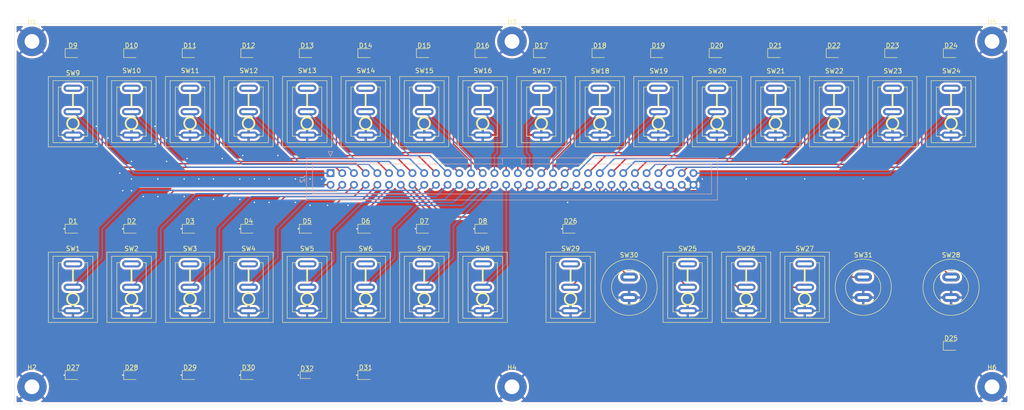
<source format=kicad_pcb>
(kicad_pcb (version 20240108) (generator "pcbnew") (generator_version "8.0")
  (layers (0 "F.Cu" signal) (31 "B.Cu" signal) (34 "B.Paste" user) (35 "F.Paste" user) (36 "B.SilkS" user "B.Silkscreen") (37 "F.SilkS" user "F.Silkscreen") (38 "B.Mask" user) (39 "F.Mask" user) (44 "Edge.Cuts" user))
  (net 0 "")
  (net 1 "GND")
  (net 2 "/LED D0")
  (net 3 "/LED D1")
  (net 4 "/LED D2")
  (net 5 "/LED D3")
  (net 6 "/LED D4")
  (net 7 "/LED D5")
  (net 8 "/LED D6")
  (net 9 "/LED D7")
  (net 10 "/LED A0")
  (net 11 "/LED A1")
  (net 12 "/LED A2")
  (net 13 "/LED A3")
  (net 14 "/LED A4")
  (net 15 "/LED A5")
  (net 16 "/LED A6")
  (net 17 "/LED A7")
  (net 18 "/LED A8")
  (net 19 "/LED A9")
  (net 20 "/LED A10")
  (net 21 "/LED A11")
  (net 22 "/LED A12")
  (net 23 "/LED A13")
  (net 24 "/LED A14")
  (net 25 "/LED A15")
  (net 26 "/LED Power")
  (net 27 "/LED ~{BUSAK}")
  (net 28 "/LED MEMRD")
  (net 29 "/LED MEMRW")
  (net 30 "/LED IORD")
  (net 31 "/LED IOWR")
  (net 32 "/LED ~{WAIT}")
  (net 33 "/LED ~{HALT}")
  (net 34 "/SW A6")
  (net 35 "/SW MEMIO")
  (net 36 "/SW A7")
  (net 37 "/SW A1")
  (net 38 "/SW A3")
  (net 39 "/SW D1")
  (net 40 "/SW D3")
  (net 41 "/SW A8")
  (net 42 "/SW DBUS")
  (net 43 "/SW SINGLE")
  (net 44 "/SW A11")
  (net 45 "/SW A4")
  (net 46 "/SW A10")
  (net 47 "/SW D2")
  (net 48 "/SW A15")
  (net 49 "/SW STEP")
  (net 50 "/SW D0")
  (net 51 "/SW A14")
  (net 52 "/SW A2")
  (net 53 "/SW A0")
  (net 54 "/SW A13")
  (net 55 "/SW WRITE")
  (net 56 "/SW A5")
  (net 57 "/SW A12")
  (net 58 "/SW D4")
  (net 59 "/SW BUSRQ")
  (net 60 "/SW D5")
  (net 61 "/SW D6")
  (net 62 "/SW A9")
  (net 63 "/SW D7")
  (net 64 "/SW Reset")
  (footprint "Libraries:Switch_Rocker_SPDT_15x10mm" (layer "F.Cu") (at 139.7 88.9)
    (property "Reference" "SW17")
    (property "Value" "Black")
  )
  (footprint "LED_SMD:LED_0805_2012Metric" (layer "F.Cu") (at 63.5 114.3)
    (property "Reference" "D3")
    (property "Value" "Yellow")
  )
  (footprint "Libraries:Switch_Rocker_SPDT_15x10mm" (layer "F.Cu") (at 127 88.9)
    (property "Reference" "SW16")
    (property "Value" "Red")
  )
  (footprint "LED_SMD:LED_0805_2012Metric" (layer "F.Cu") (at 38.1 114.3)
    (property "Reference" "D1")
    (property "Value" "Yellow")
  )
  (footprint "Libraries:Switch_Rocker_SPDT_15x10mm" (layer "F.Cu") (at 184.15 127)
    (property "Reference" "SW26")
    (property "Value" "Switch")
  )
  (footprint "Libraries:Switch_Rocker_SPDT_15x10mm" (layer "F.Cu") (at 190.5 88.9)
    (property "Reference" "SW21")
    (property "Value" "Red")
  )
  (footprint "LED_SMD:LED_0603_1608Metric" (layer "F.Cu") (at 88.9 146.05)
    (property "Reference" "D32")
    (property "Value" "Red LED")
  )
  (footprint "MountingHole:MountingHole_3.2mm_M3_Pad" (layer "F.Cu") (at 29.21 148.59)
    (property "Reference" "H2")
    (property "Value" "MountingHole_Pad")
  )
  (footprint "LED_SMD:LED_0805_2012Metric" (layer "F.Cu") (at 50.8 114.3)
    (property "Reference" "D2")
    (property "Value" "Yellow")
  )
  (footprint "LED_SMD:LED_0805_2012Metric" (layer "F.Cu") (at 63.5 76.2)
    (property "Reference" "D11")
    (property "Value" "Yellow")
  )
  (footprint "LED_SMD:LED_0805_2012Metric" (layer "F.Cu") (at 127 76.2)
    (property "Reference" "D16")
    (property "Value" "Yellow")
  )
  (footprint "Libraries:Switch_Rocker_SPDT_15x10mm" (layer "F.Cu") (at 171.45 127)
    (property "Reference" "SW25")
    (property "Value" "Switch")
  )
  (footprint "Libraries:Switch_Rocker_SPDT_15x10mm" (layer "F.Cu") (at 165.1 88.9)
    (property "Reference" "SW19")
    (property "Value" "Black")
  )
  (footprint "Libraries:Switch_Rocker_SPDT_15x10mm" (layer "F.Cu") (at 215.9 88.9)
    (property "Reference" "SW23")
    (property "Value" "Red")
  )
  (footprint "LED_SMD:LED_0805_2012Metric" (layer "F.Cu") (at 190.5 76.2)
    (property "Reference" "D21")
    (property "Value" "Yellow")
  )
  (footprint "Libraries:Switch_Rocker_SPDT_15x10mm" (layer "F.Cu") (at 203.2 88.9)
    (property "Reference" "SW22")
    (property "Value" "Red")
  )
  (footprint "Libraries:Switch_Rocker_SPDT_15x10mm" (layer "F.Cu") (at 88.9 127)
    (property "Reference" "SW5")
    (property "Value" "Red")
  )
  (footprint "Libraries:Switch_Rocker_SPDT_15x10mm" (layer "F.Cu") (at 114.3 127)
    (property "Reference" "SW7")
    (property "Value" "Red")
  )
  (footprint "MountingHole:MountingHole_3.2mm_M3_Pad" (layer "F.Cu") (at 29.21 73.66)
    (property "Reference" "H1")
    (property "Value" "MountingHole_Pad")
  )
  (footprint "LED_SMD:LED_0805_2012Metric" (layer "F.Cu") (at 177.8 76.2)
    (property "Reference" "D20")
    (property "Value" "Yellow")
  )
  (footprint "LED_SMD:LED_0805_2012Metric" (layer "F.Cu") (at 50.8 76.2)
    (property "Reference" "D10")
    (property "Value" "Yellow")
  )
  (footprint "Libraries:Switch_Rocker_SPDT_15x10mm" (layer "F.Cu") (at 177.8 88.9)
    (property "Reference" "SW20")
    (property "Value" "Black")
  )
  (footprint "Libraries:Switch_Rocker_SPDT_15x10mm" (layer "F.Cu") (at 127 127)
    (property "Reference" "SW8")
    (property "Value" "Red")
  )
  (footprint "Libraries:Switch_Rocker_SPDT_15x10mm" (layer "F.Cu") (at 63.5 88.9)
    (property "Reference" "SW11")
    (property "Value" "Black")
  )
  (footprint "Libraries:Switch_Rocker_SPDT_15x10mm" (layer "F.Cu") (at 38.1 127)
    (property "Reference" "SW1")
    (property "Value" "Black")
  )
  (footprint "Libraries:Switch_Pushbutton_SPST_12mm" (layer "F.Cu") (at 228.6 127)
    (property "Reference" "SW28")
    (property "Value" "Button")
  )
  (footprint "Libraries:Switch_Rocker_SPDT_15x10mm" (layer "F.Cu") (at 38.1 88.9)
    (property "Reference" "SW9")
    (property "Value" "Black")
  )
  (footprint "LED_SMD:LED_0805_2012Metric" (layer "F.Cu") (at 76.2 146.05)
    (property "Reference" "D30")
    (property "Value" "Yellow")
  )
  (footprint "LED_SMD:LED_0805_2012Metric" (layer "F.Cu") (at 139.7 76.2)
    (property "Reference" "D17")
    (property "Value" "Yellow")
  )
  (footprint "LED_SMD:LED_0805_2012Metric" (layer "F.Cu") (at 63.5 146.05)
    (property "Reference" "D29")
    (property "Value" "Yellow")
  )
  (footprint "Libraries:Switch_Rocker_SPDT_15x10mm" (layer "F.Cu") (at 152.4 88.9)
    (property "Reference" "SW18")
    (property "Value" "Black")
  )
  (footprint "Libraries:Switch_Rocker_SPDT_15x10mm" (layer "F.Cu") (at 146.05 127)
    (property "Reference" "SW29")
    (property "Value" "Switch")
  )
  (footprint "Libraries:Switch_Rocker_SPDT_15x10mm" (layer "F.Cu") (at 114.3 88.9)
    (property "Reference" "SW15")
    (property "Value" "Red")
  )
  (footprint "LED_SMD:LED_0805_2012Metric" (layer "F.Cu") (at 114.3 114.3)
    (property "Reference" "D7")
    (property "Value" "Yellow")
  )
  (footprint "Libraries:Switch_Rocker_SPDT_15x10mm" (layer "F.Cu") (at 88.9 88.9)
    (property "Reference" "SW13")
    (property "Value" "Red")
  )
  (footprint "LED_SMD:LED_0805_2012Metric" (layer "F.Cu") (at 165.1 76.2)
    (property "Reference" "D19")
    (property "Value" "Yellow")
  )
  (footprint "LED_SMD:LED_0805_2012Metric" (layer "F.Cu") (at 203.2 76.2)
    (property "Reference" "D22")
    (property "Value" "Yellow")
  )
  (footprint "Libraries:Switch_Rocker_SPDT_15x10mm" (layer "F.Cu") (at 50.8 88.9)
    (property "Reference" "SW10")
    (property "Value" "Black")
  )
  (footprint "LED_SMD:LED_0805_2012Metric" (layer "F.Cu") (at 127 114.3)
    (property "Reference" "D8")
    (property "Value" "Yellow")
  )
  (footprint "LED_SMD:LED_0805_2012Metric" (layer "F.Cu") (at 101.6 114.3)
    (property "Reference" "D6")
    (property "Value" "Yellow")
  )
  (footprint "MountingHole:MountingHole_3.2mm_M3_Pad" (layer "F.Cu") (at 237.49 73.66)
    (property "Reference" "H5")
    (property "Value" "MountingHole_Pad")
  )
  (footprint "LED_SMD:LED_0805_2012Metric" (layer "F.Cu") (at 50.8 146.05)
    (property "Reference" "D28")
    (property "Value" "Yellow")
  )
  (footprint "LED_SMD:LED_0805_2012Metric" (layer "F.Cu") (at 215.9 76.2)
    (property "Reference" "D23")
    (property "Value" "Yellow")
  )
  (footprint "Libraries:Switch_Rocker_SPDT_15x10mm" (layer "F.Cu") (at 76.2 88.9)
    (property "Reference" "SW12")
    (property "Value" "Black")
  )
  (footprint "Libraries:Switch_Pushbutton_SPST_12mm" (layer "F.Cu") (at 209.55 127)
    (property "Reference" "SW31")
    (property "Value" "Button")
  )
  (footprint "MountingHole:MountingHole_3.2mm_M3_Pad" (layer "F.Cu") (at 133.35 148.59)
    (property "Reference" "H4")
    (property "Value" "MountingHole_Pad")
  )
  (footprint "MountingHole:MountingHole_3.2mm_M3_Pad" (layer "F.Cu") (at 237.49 148.59)
    (property "Reference" "H6")
    (property "Value" "MountingHole_Pad")
  )
  (footprint "Libraries:Switch_Rocker_SPDT_15x10mm" (layer "F.Cu") (at 63.5 127)
    (property "Reference" "SW3")
    (property "Value" "Black")
  )
  (footprint "Libraries:Switch_Rocker_SPDT_15x10mm" (layer "F.Cu") (at 196.85 127)
    (property "Reference" "SW27")
    (property "Value" "Switch")
  )
  (footprint "LED_SMD:LED_0805_2012Metric" (layer "F.Cu") (at 114.3 76.2)
    (property "Reference" "D15")
    (property "Value" "Yellow")
  )
  (footprint "Libraries:Switch_Rocker_SPDT_15x10mm" (layer "F.Cu") (at 101.6 127)
    (property "Reference" "SW6")
    (property "Value" "Red")
  )
  (footprint "LED_SMD:LED_0805_2012Metric" (layer "F.Cu") (at 152.4 76.2)
    (property "Reference" "D18")
    (property "Value" "Yellow")
  )
  (footprint "LED_SMD:LED_0805_2012Metric" (layer "F.Cu") (at 76.2 76.2)
    (property "Reference" "D12")
    (property "Value" "Yellow")
  )
  (footprint "LED_SMD:LED_0805_2012Metric" (layer "F.Cu") (at 146.05 114.3)
    (property "Reference" "D26")
    (property "Value" "Yellow")
  )
  (footprint "Libraries:Switch_Rocker_SPDT_15x10mm" (layer "F.Cu") (at 101.6 88.9)
    (property "Reference" "SW14")
    (property "Value" "Red")
  )
  (footprint "Libraries:Switch_Rocker_SPDT_15x10mm" (layer "F.Cu") (at 76.2 127)
    (property "Reference" "SW4")
    (property "Value" "Black")
  )
  (footprint "Libraries:Switch_Rocker_SPDT_15x10mm" (layer "F.Cu") (at 228.6 88.9)
    (property "Reference" "SW24")
    (property "Value" "Red")
  )
  (footprint "LED_SMD:LED_0805_2012Metric" (layer "F.Cu") (at 38.1 146.05)
    (property "Reference" "D27")
    (property "Value" "Yellow")
  )
  (footprint "LED_SMD:LED_0805_2012Metric" (layer "F.Cu") (at 228.6 76.2)
    (property "Reference" "D24")
    (property "Value" "Yellow")
  )
  (footprint "LED_SMD:LED_0805_2012Metric" (layer "F.Cu") (at 88.9 76.2)
    (property "Reference" "D13")
    (property "Value" "Yellow")
  )
  (footprint "LED_SMD:LED_0805_2012Metric" (layer "F.Cu") (at 101.6 76.2)
    (property "Reference" "D14")
    (property "Value" "Yellow")
  )
  (footprint "Libraries:Switch_Rocker_SPDT_15x10mm" (layer "F.Cu") (at 50.8 127)
    (property "Reference" "SW2")
    (property "Value" "Black")
  )
  (footprint "LED_SMD:LED_0805_2012Metric" (layer "F.Cu") (at 88.9 114.3)
    (property "Reference" "D5")
    (property "Value" "Yellow")
  )
  (footprint "LED_SMD:LED_0805_2012Metric" (layer "F.Cu") (at 38.1 76.2)
    (property "Reference" "D9")
    (property "Value" "Yellow")
  )
  (footprint "MountingHole:MountingHole_3.2mm_M3_Pad" (layer "F.Cu") (at 133.35 73.66)
    (property "Reference" "H3")
    (property "Value" "MountingHole_Pad")
  )
  (footprint "Libraries:Switch_Pushbutton_SPST_12mm" (layer "F.Cu") (at 158.75 127)
    (property "Reference" "SW30")
    (property "Value" "Button")
  )
  (footprint "LED_SMD:LED_0805_2012Metric" (layer "F.Cu") (at 228.6 139.7)
    (property "Reference" "D25")
    (property "Value" "Green")
  )
  (footprint "LED_SMD:LED_0805_2012Metric" (layer "F.Cu") (at 76.2 114.3)
    (property "Reference" "D4")
    (property "Value" "Yellow")
  )
  (footprint "LED_SMD:LED_0805_2012Metric" (layer "F.Cu") (at 101.6 146.05)
    (property "Reference" "D31")
    (property "Value" "Yellow")
  )
  (footprint "Connector_IDC:IDC-Header_2x32_P2.54mm_Vertical" (layer "B.Cu") (at 93.98 102.235 -90)
    (property "Reference" "J2")
    (property "Value" "Conn_02x32_Row_Letter_First")
  )
  (gr_rect (start 25.4 69.85) (end 241.3 152.4) (stroke (width 0.05)) (fill none) (layer "Edge.Cuts"))
  (via (at 43.18 92.075) (size 0.6) (drill 0.3) (layers "F.Cu" "B.Cu") (net 1))
  (via (at 70.485 99.06) (size 0.6) (drill 0.3) (layers "F.Cu" "B.Cu") (net 1))
  (via (at 56.515 107.315) (size 0.6) (drill 0.3) (layers "F.Cu" "B.Cu") (net 1))
  (via (at 50.8 99.695) (size 0.6) (drill 0.3) (layers "F.Cu" "B.Cu") (net 1))
  (via (at 62.865 99.06) (size 0.6) (drill 0.3) (layers "F.Cu" "B.Cu") (net 1))
  (via (at 174.625 103.505) (size 0.6) (drill 0.3) (layers "F.Cu" "B.Cu") (net 1))
  (via (at 58.42 94.615) (size 0.6) (drill 0.3) (layers "F.Cu" "B.Cu") (net 1))
  (via (at 86.995 146.05) (size 0.6) (drill 0.3) (layers "F.Cu" "B.Cu") (net 1))
  (via (at 65.405 103.505) (size 0.6) (drill 0.3) (layers "F.Cu" "B.Cu") (net 1))
  (via (at 144.145 114.3) (size 0.6) (drill 0.3) (layers "F.Cu" "B.Cu") (net 1))
  (via (at 56.515 103.505) (size 0.6) (drill 0.3) (layers "F.Cu" "B.Cu") (net 1))
  (via (at 209.55 103.505) (size 0.6) (drill 0.3) (layers "F.Cu" "B.Cu") (net 1))
  (via (at 86.36 108.585) (size 0.6) (drill 0.3) (layers "F.Cu" "B.Cu") (net 1))
  (via (at 65.405 107.95) (size 0.6) (drill 0.3) (layers "F.Cu" "B.Cu") (net 1))
  (via (at 48.895 146.05) (size 0.6) (drill 0.3) (layers "F.Cu" "B.Cu") (net 1))
  (via (at 74.295 114.3) (size 0.6) (drill 0.3) (layers "F.Cu" "B.Cu") (net 1))
  (via (at 36.195 146.05) (size 0.6) (drill 0.3) (layers "F.Cu" "B.Cu") (net 1))
  (via (at 89.535 103.505) (size 0.6) (drill 0.3) (layers "F.Cu" "B.Cu") (net 1))
  (via (at 36.195 114.3) (size 0.6) (drill 0.3) (layers "F.Cu" "B.Cu") (net 1))
  (via (at 99.695 146.05) (size 0.6) (drill 0.3) (layers "F.Cu" "B.Cu") (net 1))
  (via (at 97.79 109.22) (size 0.6) (drill 0.3) (layers "F.Cu" "B.Cu") (net 1))
  (via (at 145.415 108.585) (size 0.6) (drill 0.3) (layers "F.Cu" "B.Cu") (net 1))
  (via (at 62.23 103.505) (size 0.6) (drill 0.3) (layers "F.Cu" "B.Cu") (net 1))
  (via (at 74.295 107.95) (size 0.6) (drill 0.3) (layers "F.Cu" "B.Cu") (net 1))
  (via (at 92.075 103.505) (size 0.6) (drill 0.3) (layers "F.Cu" "B.Cu") (net 1))
  (via (at 61.595 114.3) (size 0.6) (drill 0.3) (layers "F.Cu" "B.Cu") (net 1))
  (via (at 80.645 103.505) (size 0.6) (drill 0.3) (layers "F.Cu" "B.Cu") (net 1))
  (via (at 153.67 106.045) (size 0.6) (drill 0.3) (layers "F.Cu" "B.Cu") (net 1))
  (via (at 62.23 107.315) (size 0.6) (drill 0.3) (layers "F.Cu" "B.Cu") (net 1))
  (via (at 48.895 106.045) (size 0.6) (drill 0.3) (layers "F.Cu" "B.Cu") (net 1))
  (via (at 74.295 103.505) (size 0.6) (drill 0.3) (layers "F.Cu" "B.Cu") (net 1))
  (via (at 68.58 103.505) (size 0.6) (drill 0.3) (layers "F.Cu" "B.Cu") (net 1))
  (via (at 151.13 106.045) (size 0.6) (drill 0.3) (layers "F.Cu" "B.Cu") (net 1))
  (via (at 156.21 106.045) (size 0.6) (drill 0.3) (layers "F.Cu" "B.Cu") (net 1))
  (via (at 86.36 103.505) (size 0.6) (drill 0.3) (layers "F.Cu" "B.Cu") (net 1))
  (via (at 99.695 114.3) (size 0.6) (drill 0.3) (layers "F.Cu" "B.Cu") (net 1))
  (via (at 48.895 114.3) (size 0.6) (drill 0.3) (layers "F.Cu" "B.Cu") (net 1))
  (via (at 68.58 107.95) (size 0.6) (drill 0.3) (layers "F.Cu" "B.Cu") (net 1))
  (via (at 77.47 108.585) (size 0.6) (drill 0.3) (layers "F.Cu" "B.Cu") (net 1))
  (via (at 158.75 106.045) (size 0.6) (drill 0.3) (layers "F.Cu" "B.Cu") (net 1))
  (via (at 50.8 106.045) (size 0.6) (drill 0.3) (layers "F.Cu" "B.Cu") (net 1))
  (via (at 53.34 107.315) (size 0.6) (drill 0.3) (layers "F.Cu" "B.Cu") (net 1))
  (via (at 58.42 99.695) (size 0.6) (drill 0.3) (layers "F.Cu" "B.Cu") (net 1))
  (via (at 55.88 92.075) (size 0.6) (drill 0.3) (layers "F.Cu" "B.Cu") (net 1))
  (via (at 48.26 102.235) (size 0.6) (drill 0.3) (layers "F.Cu" "B.Cu") (net 1))
  (via (at 82.55 98.425) (size 0.6) (drill 0.3) (layers "F.Cu" "B.Cu") (net 1))
  (via (at 43.18 95.885) (size 0.6) (drill 0.3) (layers "F.Cu" "B.Cu") (net 1))
  (via (at 74.93 98.425) (size 0.6) (drill 0.3) (layers "F.Cu" "B.Cu") (net 1))
  (via (at 196.85 103.505) (size 0.6) (drill 0.3) (layers "F.Cu" "B.Cu") (net 1))
  (via (at 50.8 103.505) (size 0.6) (drill 0.3) (layers "F.Cu" "B.Cu") (net 1))
  (via (at 112.395 114.3) (size 0.6) (drill 0.3) (layers "F.Cu" "B.Cu") (net 1))
  (via (at 125.095 114.3) (size 0.6) (drill 0.3) (layers "F.Cu" "B.Cu") (net 1))
  (via (at 93.345 109.22) (size 0.6) (drill 0.3) (layers "F.Cu" "B.Cu") (net 1))
  (via (at 74.295 146.05) (size 0.6) (drill 0.3) (layers "F.Cu" "B.Cu") (net 1))
  (via (at 80.645 108.585) (size 0.6) (drill 0.3) (layers "F.Cu" "B.Cu") (net 1))
  (via (at 89.535 109.22) (size 0.6) (drill 0.3) (layers "F.Cu" "B.Cu") (net 1))
  (via (at 45.72 94.615) (size 0.6) (drill 0.3) (layers "F.Cu" "B.Cu") (net 1))
  (via (at 184.15 103.505) (size 0.6) (drill 0.3) (layers "F.Cu" "B.Cu") (net 1))
  (via (at 86.995 114.3) (size 0.6) (drill 0.3) (layers "F.Cu" "B.Cu") (net 1))
  (via (at 77.47 103.505) (size 0.6) (drill 0.3) (layers "F.Cu" "B.Cu") (net 1))
  (via (at 61.595 146.05) (size 0.6) (drill 0.3) (layers "F.Cu" "B.Cu") (net 1))
  (via (at 55.88 95.885) (size 0.6) (drill 0.3) (layers "F.Cu" "B.Cu") (net 1))
  (segment (start 93.98 104.775) (end 48.5625 104.775) (width 0.3048) (layer "F.Cu") (net 2))
  (segment (start 48.5625 104.775) (end 39.0375 114.3) (width 0.3048) (layer "F.Cu") (net 2))
  (segment (start 59.9925 106.045) (end 51.7375 114.3) (width 0.3048) (layer "F.Cu") (net 3))
  (segment (start 96.52 104.775) (end 95.25 106.045) (width 0.3048) (layer "F.Cu") (net 3))
  (segment (start 95.25 106.045) (end 59.9925 106.045) (width 0.3048) (layer "F.Cu") (net 3))
  (segment (start 72.0575 106.68) (end 64.4375 114.3) (width 0.3048) (layer "F.Cu") (net 4))
  (segment (start 99.06 104.775) (end 97.155 106.68) (width 0.3048) (layer "F.Cu") (net 4))
  (segment (start 97.155 106.68) (end 72.0575 106.68) (width 0.3048) (layer "F.Cu") (net 4))
  (segment (start 84.1225 107.315) (end 77.1375 114.3) (width 0.3048) (layer "F.Cu") (net 5))
  (segment (start 99.06 107.315) (end 84.1225 107.315) (width 0.3048) (layer "F.Cu") (net 5))
  (segment (start 101.6 104.775) (end 99.06 107.315) (width 0.3048) (layer "F.Cu") (net 5))
  (segment (start 96.1875 107.95) (end 89.8375 114.3) (width 0.3048) (layer "F.Cu") (net 6))
  (segment (start 100.965 107.95) (end 96.1875 107.95) (width 0.3048) (layer "F.Cu") (net 6))
  (segment (start 104.14 104.775) (end 100.965 107.95) (width 0.3048) (layer "F.Cu") (net 6))
  (segment (start 102.5375 109.5525) (end 102.5375 114.3) (width 0.3048) (layer "F.Cu") (net 7))
  (segment (start 106.68 105.41) (end 102.5375 109.5525) (width 0.3048) (layer "F.Cu") (net 7))
  (segment (start 106.68 104.775) (end 106.68 105.41) (width 0.3048) (layer "F.Cu") (net 7))
  (segment (start 115.2375 110.7925) (end 115.2375 114.3) (width 0.3048) (layer "F.Cu") (net 8))
  (segment (start 109.22 104.775) (end 115.2375 110.7925) (width 0.3048) (layer "F.Cu") (net 8))
  (segment (start 111.76 104.775) (end 118.745 111.76) (width 0.3048) (layer "F.Cu") (net 9))
  (segment (start 125.3975 111.76) (end 127.9375 114.3) (width 0.3048) (layer "F.Cu") (net 9))
  (segment (start 118.745 111.76) (end 125.3975 111.76) (width 0.3048) (layer "F.Cu") (net 9))
  (segment (start 95.092208 100.965) (end 48.895 100.965) (width 0.3048) (layer "F.Cu") (net 10))
  (segment (start 44.45 81.6125) (end 39.0375 76.2) (width 0.3048) (layer "F.Cu") (net 10))
  (segment (start 96.52 102.235) (end 96.362208 102.235) (width 0.3048) (layer "F.Cu") (net 10))
  (segment (start 48.895 100.965) (end 44.45 96.52) (width 0.3048) (layer "F.Cu") (net 10))
  (segment (start 44.45 96.52) (end 44.45 81.6125) (width 0.3048) (layer "F.Cu") (net 10))
  (segment (start 96.362208 102.235) (end 95.092208 100.965) (width 0.3048) (layer "F.Cu") (net 10))
  (segment (start 99.5648 100.1998) (end 60.8298 100.1998) (width 0.3048) (layer "F.Cu") (net 11))
  (segment (start 57.15 81.6125) (end 51.7375 76.2) (width 0.3048) (layer "F.Cu") (net 11))
  (segment (start 60.8298 100.1998) (end 57.15 96.52) (width 0.3048) (layer "F.Cu") (net 11))
  (segment (start 101.6 102.235) (end 99.5648 100.1998) (width 0.3048) (layer "F.Cu") (net 11))
  (segment (start 57.15 96.52) (end 57.15 81.6125) (width 0.3048) (layer "F.Cu") (net 11))
  (segment (start 69.85 96.52) (end 69.85 81.6125) (width 0.3048) (layer "F.Cu") (net 12))
  (segment (start 104.14 99.695) (end 73.025 99.695) (width 0.3048) (layer "F.Cu") (net 12))
  (segment (start 106.68 102.235) (end 104.14 99.695) (width 0.3048) (layer "F.Cu") (net 12))
  (segment (start 73.025 99.695) (end 69.85 96.52) (width 0.3048) (layer "F.Cu") (net 12))
  (segment (start 69.85 81.6125) (end 64.4375 76.2) (width 0.3048) (layer "F.Cu") (net 12))
  (segment (start 108.585 99.06) (end 85.09 99.06) (width 0.3048) (layer "F.Cu") (net 13))
  (segment (start 82.55 96.52) (end 82.55 81.6125) (width 0.3048) (layer "F.Cu") (net 13))
  (segment (start 82.55 81.6125) (end 77.1375 76.2) (width 0.3048) (layer "F.Cu") (net 13))
  (segment (start 85.09 99.06) (end 82.55 96.52) (width 0.3048) (layer "F.Cu") (net 13))
  (segment (start 111.76 102.235) (end 108.585 99.06) (width 0.3048) (layer "F.Cu") (net 13))
  (segment (start 116.84 102.235) (end 113.03 98.425) (width 0.3048) (layer "F.Cu") (net 14))
  (segment (start 95.25 96.52) (end 95.25 81.6125) (width 0.3048) (layer "F.Cu") (net 14))
  (segment (start 113.03 98.425) (end 97.155 98.425) (width 0.3048) (layer "F.Cu") (net 14))
  (segment (start 97.155 98.425) (end 95.25 96.52) (width 0.3048) (layer "F.Cu") (net 14))
  (segment (start 95.25 81.6125) (end 89.8375 76.2) (width 0.3048) (layer "F.Cu") (net 14))
  (segment (start 107.95 96.52) (end 107.95 81.6125) (width 0.3048) (layer "F.Cu") (net 15))
  (segment (start 121.92 102.235) (end 117.475 97.79) (width 0.3048) (layer "F.Cu") (net 15))
  (segment (start 117.475 97.79) (end 109.22 97.79) (width 0.3048) (layer "F.Cu") (net 15))
  (segment (start 109.22 97.79) (end 107.95 96.52) (width 0.3048) (layer "F.Cu") (net 15))
  (segment (start 107.95 81.6125) (end 102.5375 76.2) (width 0.3048) (layer "F.Cu") (net 15))
  (segment (start 120.65 81.6125) (end 115.2375 76.2) (width 0.3048) (layer "F.Cu") (net 16))
  (segment (start 120.65 95.885) (end 120.65 81.6125) (width 0.3048) (layer "F.Cu") (net 16))
  (segment (start 127 102.235) (end 120.65 95.885) (width 0.3048) (layer "F.Cu") (net 16))
  (segment (start 132.08 80.3425) (end 127.9375 76.2) (width 0.3048) (layer "F.Cu") (net 17))
  (segment (start 132.08 102.235) (end 132.08 80.3425) (width 0.3048) (layer "F.Cu") (net 17))
  (segment (start 134.62 102.235) (end 134.62 82.2175) (width 0.3048) (layer "F.Cu") (net 18))
  (segment (start 134.62 82.2175) (end 140.6375 76.2) (width 0.3048) (layer "F.Cu") (net 18))
  (segment (start 146.05 83.4875) (end 153.3375 76.2) (width 0.3048) (layer "F.Cu") (net 19))
  (segment (start 146.05 95.885) (end 146.05 83.4875) (width 0.3048) (layer "F.Cu") (net 19))
  (segment (start 139.7 102.235) (end 146.05 95.885) (width 0.3048) (layer "F.Cu") (net 19))
  (segment (start 157.48 97.79) (end 158.75 96.52) (width 0.3048) (layer "F.Cu") (net 20))
  (segment (start 158.75 96.52) (end 158.75 83.4875) (width 0.3048) (layer "F.Cu") (net 20))
  (segment (start 144.78 102.235) (end 149.225 97.79) (width 0.3048) (layer "F.Cu") (net 20))
  (segment (start 149.225 97.79) (end 157.48 97.79) (width 0.3048) (layer "F.Cu") (net 20))
  (segment (start 158.75 83.4875) (end 166.0375 76.2) (width 0.3048) (layer "F.Cu") (net 20))
  (segment (start 169.545 98.425) (end 171.45 96.52) (width 0.3048) (layer "F.Cu") (net 21))
  (segment (start 171.45 83.4875) (end 178.7375 76.2) (width 0.3048) (layer "F.Cu") (net 21))
  (segment (start 149.86 102.235) (end 153.67 98.425) (width 0.3048) (layer "F.Cu") (net 21))
  (segment (start 171.45 96.52) (end 171.45 83.4875) (width 0.3048) (layer "F.Cu") (net 21))
  (segment (start 153.67 98.425) (end 169.545 98.425) (width 0.3048) (layer "F.Cu") (net 21))
  (segment (start 181.61 99.06) (end 184.15 96.52) (width 0.3048) (layer "F.Cu") (net 22))
  (segment (start 154.94 102.235) (end 158.115 99.06) (width 0.3048) (layer "F.Cu") (net 22))
  (segment (start 158.115 99.06) (end 181.61 99.06) (width 0.3048) (layer "F.Cu") (net 22))
  (segment (start 184.15 96.52) (end 184.15 83.4875) (width 0.3048) (layer "F.Cu") (net 22))
  (segment (start 184.15 83.4875) (end 191.4375 76.2) (width 0.3048) (layer "F.Cu") (net 22))
  (segment (start 193.675 99.695) (end 196.85 96.52) (width 0.3048) (layer "F.Cu") (net 23))
  (segment (start 196.85 96.52) (end 196.85 83.4875) (width 0.3048) (layer "F.Cu") (net 23))
  (segment (start 160.02 102.235) (end 162.56 99.695) (width 0.3048) (layer "F.Cu") (net 23))
  (segment (start 162.56 99.695) (end 193.675 99.695) (width 0.3048) (layer "F.Cu") (net 23))
  (segment (start 196.85 83.4875) (end 204.1375 76.2) (width 0.3048) (layer "F.Cu") (net 23))
  (segment (start 167.005 100.33) (end 205.74 100.33) (width 0.3048) (layer "F.Cu") (net 24))
  (segment (start 209.55 96.52) (end 209.55 83.4875) (width 0.3048) (layer "F.Cu") (net 24))
  (segment (start 165.1 102.235) (end 167.005 100.33) (width 0.3048) (layer "F.Cu") (net 24))
  (segment (start 205.74 100.33) (end 209.55 96.52) (width 0.3048) (layer "F.Cu") (net 24))
  (segment (start 209.55 83.4875) (end 216.8375 76.2) (width 0.3048) (layer "F.Cu") (net 24))
  (segment (start 217.805 100.965) (end 222.25 96.52) (width 0.3048) (layer "F.Cu") (net 25))
  (segment (start 170.18 102.235) (end 171.45 100.965) (width 0.3048) (layer "F.Cu") (net 25))
  (segment (start 171.45 100.965) (end 217.805 100.965) (width 0.3048) (layer "F.Cu") (net 25))
  (segment (start 222.25 83.4875) (end 229.5375 76.2) (width 0.3048) (layer "F.Cu") (net 25))
  (segment (start 222.25 96.52) (end 222.25 83.4875) (width 0.3048) (layer "F.Cu") (net 25))
  (segment (start 169.545 106.68) (end 196.5175 106.68) (width 0.3048) (layer "F.Cu") (net 26))
  (segment (start 167.64 104.775) (end 169.545 106.68) (width 0.3048) (layer "F.Cu") (net 26))
  (segment (start 196.5175 106.68) (end 229.5375 139.7) (width 0.3048) (layer "F.Cu") (net 26))
  (segment (start 146.9875 107.6475) (end 146.9875 114.3) (width 0.3048) (layer "F.Cu") (net 27))
  (segment (start 149.86 104.775) (end 146.9875 107.6475) (width 0.3048) (layer "F.Cu") (net 27))
  (segment (start 130.81 135.255) (end 49.8325 135.255) (width 0.3048) (layer "F.Cu") (net 28))
  (segment (start 49.8325 135.255) (end 39.0375 146.05) (width 0.3048) (layer "F.Cu") (net 28))
  (segment (start 134.62 104.775) (end 134.62 131.445) (width 0.3048) (layer "F.Cu") (net 28))
  (segment (start 134.62 131.445) (end 130.81 135.255) (width 0.3048) (layer "F.Cu") (net 28))
  (segment (start 131.445 135.89) (end 61.8975 135.89) (width 0.3048) (layer "F.Cu") (net 29))
  (segment (start 135.255 106.68) (end 135.255 132.08) (width 0.3048) (layer "F.Cu") (net 29))
  (segment (start 137.16 104.775) (end 135.255 106.68) (width 0.3048) (layer "F.Cu") (net 29))
  (segment (start 61.8975 135.89) (end 51.7375 146.05) (width 0.3048) (layer "F.Cu") (net 29))
  (segment (start 135.255 132.08) (end 131.445 135.89) (width 0.3048) (layer "F.Cu") (net 29))
  (segment (start 135.89 108.585) (end 135.89 132.715) (width 0.3048) (layer "F.Cu") (net 30))
  (segment (start 139.7 104.775) (end 135.89 108.585) (width 0.3048) (layer "F.Cu") (net 30))
  (segment (start 135.89 132.715) (end 132.08 136.525) (width 0.3048) (layer "F.Cu") (net 30))
  (segment (start 73.9625 136.525) (end 64.4375 146.05) (width 0.3048) (layer "F.Cu") (net 30))
  (segment (start 132.08 136.525) (end 73.9625 136.525) (width 0.3048) (layer "F.Cu") (net 30))
  (segment (start 142.24 104.775) (end 136.525 110.49) (width 0.3048) (layer "F.Cu") (net 31))
  (segment (start 132.715 137.16) (end 86.0275 137.16) (width 0.3048) (layer "F.Cu") (net 31))
  (segment (start 136.525 133.35) (end 132.715 137.16) (width 0.3048) (layer "F.Cu") (net 31))
  (segment (start 136.525 110.49) (end 136.525 133.35) (width 0.3048) (layer "F.Cu") (net 31))
  (segment (start 86.0275 137.16) (end 77.1375 146.05) (width 0.3048) (layer "F.Cu") (net 31))
  (segment (start 137.795 114.3) (end 137.795 134.62) (width 0.3048) (layer "F.Cu") (net 32))
  (segment (start 110.1575 138.43) (end 102.5375 146.05) (width 0.3048) (layer "F.Cu") (net 32))
  (segment (start 133.985 138.43) (end 110.1575 138.43) (width 0.3048) (layer "F.Cu") (net 32))
  (segment (start 147.32 104.775) (end 137.795 114.3) (width 0.3048) (layer "F.Cu") (net 32))
  (segment (start 137.795 134.62) (end 133.985 138.43) (width 0.3048) (layer "F.Cu") (net 32))
  (segment (start 144.78 104.775) (end 137.16 112.395) (width 0.3048) (layer "F.Cu") (net 33))
  (segment (start 97.9425 137.795) (end 89.6875 146.05) (width 0.3048) (layer "F.Cu") (net 33))
  (segment (start 133.35 137.795) (end 97.9425 137.795) (width 0.3048) (layer "F.Cu") (net 33))
  (segment (start 137.16 133.985) (end 133.35 137.795) (width 0.3048) (layer "F.Cu") (net 33))
  (segment (start 137.16 112.395) (end 137.16 133.985) (width 0.3048) (layer "F.Cu") (net 33))
  (segment (start 124.46 99.06) (end 114.3 88.9) (width 0.3048) (layer "B.Cu") (net 34))
  (segment (start 124.46 102.235) (end 124.46 99.06) (width 0.3048) (layer "B.Cu") (net 34))
  (segment (start 182.245 127) (end 184.15 127) (width 0.3048) (layer "F.Cu") (net 35))
  (segment (start 160.02 104.775) (end 182.245 127) (width 0.3048) (layer "F.Cu") (net 35))
  (segment (start 130.175 97.79) (end 130.175 92.075) (width 0.3048) (layer "B.Cu") (net 36))
  (segment (start 129.54 98.425) (end 130.175 97.79) (width 0.3048) (layer "B.Cu") (net 36))
  (segment (start 130.175 92.075) (end 127 88.9) (width 0.3048) (layer "B.Cu") (net 36))
  (segment (start 129.54 102.235) (end 129.54 98.425) (width 0.3048) (layer "B.Cu") (net 36))
  (segment (start 97.79 100.965) (end 62.865 100.965) (width 0.3048) (layer "B.Cu") (net 37))
  (segment (start 62.865 100.965) (end 50.8 88.9) (width 0.3048) (layer "B.Cu") (net 37))
  (segment (start 99.06 102.235) (end 97.79 100.965) (width 0.3048) (layer "B.Cu") (net 37))
  (segment (start 106.68 99.695) (end 86.995 99.695) (width 0.3048) (layer "B.Cu") (net 38))
  (segment (start 86.995 99.695) (end 76.2 88.9) (width 0.3048) (layer "B.Cu") (net 38))
  (segment (start 109.22 102.235) (end 106.68 99.695) (width 0.3048) (layer "B.Cu") (net 38))
  (segment (start 64.77 106.68) (end 57.15 114.3) (width 0.3048) (layer "B.Cu") (net 39))
  (segment (start 57.15 120.65) (end 50.8 127) (width 0.3048) (layer "B.Cu") (net 39))
  (segment (start 57.15 114.3) (end 57.15 120.65) (width 0.3048) (layer "B.Cu") (net 39))
  (segment (start 114.935 106.68) (end 64.77 106.68) (width 0.3048) (layer "B.Cu") (net 39))
  (segment (start 116.84 104.775) (end 114.935 106.68) (width 0.3048) (layer "B.Cu") (net 39))
  (segment (start 82.55 114.3) (end 82.55 120.65) (width 0.3048) (layer "B.Cu") (net 40))
  (segment (start 82.55 120.65) (end 76.2 127) (width 0.3048) (layer "B.Cu") (net 40))
  (segment (start 121.92 104.775) (end 118.745 107.95) (width 0.3048) (layer "B.Cu") (net 40))
  (segment (start 118.745 107.95) (end 88.9 107.95) (width 0.3048) (layer "B.Cu") (net 40))
  (segment (start 88.9 107.95) (end 82.55 114.3) (width 0.3048) (layer "B.Cu") (net 40))
  (segment (start 136.525 97.79) (end 136.525 92.075) (width 0.3048) (layer "B.Cu") (net 41))
  (segment (start 136.525 92.075) (end 139.7 88.9) (width 0.3048) (layer "B.Cu") (net 41))
  (segment (start 137.16 98.425) (end 136.525 97.79) (width 0.3048) (layer "B.Cu") (net 41))
  (segment (start 137.16 102.235) (end 137.16 98.425) (width 0.3048) (layer "B.Cu") (net 41))
  (segment (start 157.48 113.03) (end 171.45 127) (width 0.3048) (layer "F.Cu") (net 42))
  (segment (start 157.48 104.775) (end 157.48 113.03) (width 0.3048) (layer "F.Cu") (net 42))
  (segment (start 193.675 127) (end 196.85 127) (width 0.3048) (layer "F.Cu") (net 43))
  (segment (start 165.735 107.95) (end 174.625 107.95) (width 0.3048) (layer "F.Cu") (net 43))
  (segment (start 174.625 107.95) (end 193.675 127) (width 0.3048) (layer "F.Cu") (net 43))
  (segment (start 162.56 104.775) (end 165.735 107.95) (width 0.3048) (layer "F.Cu") (net 43))
  (segment (start 155.575 99.06) (end 167.64 99.06) (width 0.3048) (layer "B.Cu") (net 44))
  (segment (start 167.64 99.06) (end 177.8 88.9) (width 0.3048) (layer "B.Cu") (net 44))
  (segment (start 152.4 102.235) (end 155.575 99.06) (width 0.3048) (layer "B.Cu") (net 44))
  (segment (start 99.06 99.06) (end 88.9 88.9) (width 0.3048) (layer "B.Cu") (net 45))
  (segment (start 111.125 99.06) (end 99.06 99.06) (width 0.3048) (layer "B.Cu") (net 45))
  (segment (start 114.3 102.235) (end 111.125 99.06) (width 0.3048) (layer "B.Cu") (net 45))
  (segment (start 151.13 98.425) (end 155.575 98.425) (width 0.3048) (layer "B.Cu") (net 46))
  (segment (start 155.575 98.425) (end 165.1 88.9) (width 0.3048) (layer "B.Cu") (net 46))
  (segment (start 147.32 102.235) (end 151.13 98.425) (width 0.3048) (layer "B.Cu") (net 46))
  (segment (start 69.85 114.3) (end 69.85 120.65) (width 0.3048) (layer "B.Cu") (net 47))
  (segment (start 119.38 104.775) (end 116.84 107.315) (width 0.3048) (layer "B.Cu") (net 47))
  (segment (start 76.835 107.315) (end 69.85 114.3) (width 0.3048) (layer "B.Cu") (net 47))
  (segment (start 116.84 107.315) (end 76.835 107.315) (width 0.3048) (layer "B.Cu") (net 47))
  (segment (start 69.85 120.65) (end 63.5 127) (width 0.3048) (layer "B.Cu") (net 47))
  (segment (start 215.265 102.235) (end 228.6 88.9) (width 0.3048) (layer "B.Cu") (net 48))
  (segment (start 172.72 102.235) (end 215.265 102.235) (width 0.3048) (layer "B.Cu") (net 48))
  (segment (start 203.5175 124.7775) (end 209.55 124.7775) (width 0.3048) (layer "F.Cu") (net 49))
  (segment (start 167.64 107.315) (end 186.055 107.315) (width 0.3048) (layer "F.Cu") (net 49))
  (segment (start 165.1 104.775) (end 167.64 107.315) (width 0.3048) (layer "F.Cu") (net 49))
  (segment (start 186.055 107.315) (end 203.5175 124.7775) (width 0.3048) (layer "F.Cu") (net 49))
  (segment (start 52.7726 105.9774) (end 44.45 114.3) (width 0.3048) (layer "B.Cu") (net 50))
  (segment (start 113.0976 105.9774) (end 52.7726 105.9774) (width 0.3048) (layer "B.Cu") (net 50))
  (segment (start 44.45 114.3) (end 44.45 120.65) (width 0.3048) (layer "B.Cu") (net 50))
  (segment (start 114.3 104.775) (end 113.0976 105.9774) (width 0.3048) (layer "B.Cu") (net 50))
  (segment (start 44.45 120.65) (end 38.1 127) (width 0.3048) (layer "B.Cu") (net 50))
  (segment (start 203.835 100.965) (end 215.9 88.9) (width 0.3048) (layer "B.Cu") (net 51))
  (segment (start 168.91 100.965) (end 203.835 100.965) (width 0.3048) (layer "B.Cu") (net 51))
  (segment (start 167.64 102.235) (end 168.91 100.965) (width 0.3048) (layer "B.Cu") (net 51))
  (segment (start 102.235 100.33) (end 74.93 100.33) (width 0.3048) (layer "B.Cu") (net 52))
  (segment (start 74.93 100.33) (end 63.5 88.9) (width 0.3048) (layer "B.Cu") (net 52))
  (segment (start 104.14 102.235) (end 102.235 100.33) (width 0.3048) (layer "B.Cu") (net 52))
  (segment (start 93.98 102.235) (end 51.435 102.235) (width 0.3048) (layer "B.Cu") (net 53))
  (segment (start 51.435 102.235) (end 38.1 88.9) (width 0.3048) (layer "B.Cu") (net 53))
  (segment (start 164.465 100.33) (end 191.77 100.33) (width 0.3048) (layer "B.Cu") (net 54))
  (segment (start 162.56 102.235) (end 164.465 100.33) (width 0.3048) (layer "B.Cu") (net 54))
  (segment (start 191.77 100.33) (end 203.2 88.9) (width 0.3048) (layer "B.Cu") (net 54))
  (segment (start 154.94 120.9675) (end 158.75 124.7775) (width 0.3048) (layer "F.Cu") (net 55))
  (segment (start 154.94 104.775) (end 154.94 120.9675) (width 0.3048) (layer "F.Cu") (net 55))
  (segment (start 119.38 102.235) (end 115.57 98.425) (width 0.3048) (layer "B.Cu") (net 56))
  (segment (start 115.57 98.425) (end 111.125 98.425) (width 0.3048) (layer "B.Cu") (net 56))
  (segment (start 111.125 98.425) (end 101.6 88.9) (width 0.3048) (layer "B.Cu") (net 56))
  (segment (start 179.705 99.695) (end 190.5 88.9) (width 0.3048) (layer "B.Cu") (net 57))
  (segment (start 160.02 99.695) (end 179.705 99.695) (width 0.3048) (layer "B.Cu") (net 57))
  (segment (start 157.48 102.235) (end 160.02 99.695) (width 0.3048) (layer "B.Cu") (net 57))
  (segment (start 100.965 108.585) (end 94.615 114.935) (width 0.3048) (layer "B.Cu") (net 58))
  (segment (start 94.615 114.935) (end 94.615 121.285) (width 0.3048) (layer "B.Cu") (net 58))
  (segment (start 124.46 104.775) (end 120.65 108.585) (width 0.3048) (layer "B.Cu") (net 58))
  (segment (start 94.615 121.285) (end 88.9 127) (width 0.3048) (layer "B.Cu") (net 58))
  (segment (start 120.65 108.585) (end 100.965 108.585) (width 0.3048) (layer "B.Cu") (net 58))
  (segment (start 152.4 104.775) (end 152.4 120.65) (width 0.3048) (layer "F.Cu") (net 59))
  (segment (start 152.4 120.65) (end 146.05 127) (width 0.3048) (layer "F.Cu") (net 59))
  (segment (start 107.95 120.65) (end 101.6 127) (width 0.3048) (layer "B.Cu") (net 60))
  (segment (start 122.555 109.22) (end 113.03 109.22) (width 0.3048) (layer "B.Cu") (net 60))
  (segment (start 107.95 114.3) (end 107.95 120.65) (width 0.3048) (layer "B.Cu") (net 60))
  (segment (start 127 104.775) (end 122.555 109.22) (width 0.3048) (layer "B.Cu") (net 60))
  (segment (start 113.03 109.22) (end 107.95 114.3) (width 0.3048) (layer "B.Cu") (net 60))
  (segment (start 120.65 120.65) (end 114.3 127) (width 0.3048) (layer "B.Cu") (net 61))
  (segment (start 129.54 104.775) (end 120.65 113.665) (width 0.3048) (layer "B.Cu") (net 61))
  (segment (start 120.65 113.665) (end 120.65 120.65) (width 0.3048) (layer "B.Cu") (net 61))
  (segment (start 142.24 102.235) (end 142.24 99.06) (width 0.3048) (layer "B.Cu") (net 62))
  (segment (start 142.24 99.06) (end 152.4 88.9) (width 0.3048) (layer "B.Cu") (net 62))
  (segment (start 132.08 121.92) (end 127 127) (width 0.3048) (layer "B.Cu") (net 63))
  (segment (start 132.08 104.775) (end 132.08 121.92) (width 0.3048) (layer "B.Cu") (net 63))
  (segment (start 209.8675 106.045) (end 228.6 124.7775) (width 0.3048) (layer "F.Cu") (net 64))
  (segment (start 171.45 106.045) (end 209.8675 106.045) (width 0.3048) (layer "F.Cu") (net 64))
  (segment (start 170.18 104.775) (end 171.45 106.045) (width 0.3048) (layer "F.Cu") (net 64))
  (zone (net 1) (net_name "GND") (layers "F&B.Cu") (connect_pads (clearance 0.5)) (min_thickness 0.25) (fill yes (thermal_gap 0.5) (thermal_bridge_width 0.5))
    (polygon (pts (xy 24.765 69.215) (xy 241.935 69.215) (xy 241.935 153.035) (xy 24.765 153.035)))
  )
)
</source>
